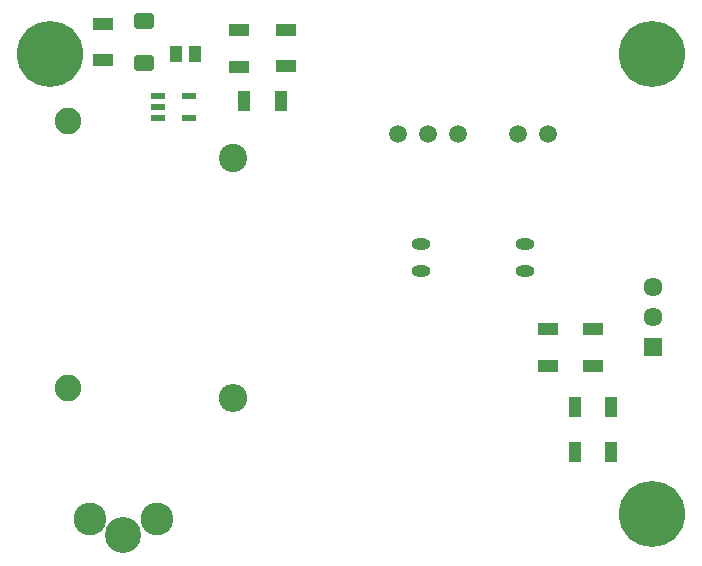
<source format=gbr>
%TF.GenerationSoftware,KiCad,Pcbnew,8.0.2*%
%TF.CreationDate,2024-09-03T17:11:23+02:00*%
%TF.ProjectId,TSAC_Voltage_Sensor,54534143-5f56-46f6-9c74-6167655f5365,rev?*%
%TF.SameCoordinates,Original*%
%TF.FileFunction,Soldermask,Top*%
%TF.FilePolarity,Negative*%
%FSLAX46Y46*%
G04 Gerber Fmt 4.6, Leading zero omitted, Abs format (unit mm)*
G04 Created by KiCad (PCBNEW 8.0.2) date 2024-09-03 17:11:23*
%MOMM*%
%LPD*%
G01*
G04 APERTURE LIST*
G04 Aperture macros list*
%AMRoundRect*
0 Rectangle with rounded corners*
0 $1 Rounding radius*
0 $2 $3 $4 $5 $6 $7 $8 $9 X,Y pos of 4 corners*
0 Add a 4 corners polygon primitive as box body*
4,1,4,$2,$3,$4,$5,$6,$7,$8,$9,$2,$3,0*
0 Add four circle primitives for the rounded corners*
1,1,$1+$1,$2,$3*
1,1,$1+$1,$4,$5*
1,1,$1+$1,$6,$7*
1,1,$1+$1,$8,$9*
0 Add four rect primitives between the rounded corners*
20,1,$1+$1,$2,$3,$4,$5,0*
20,1,$1+$1,$4,$5,$6,$7,0*
20,1,$1+$1,$6,$7,$8,$9,0*
20,1,$1+$1,$8,$9,$2,$3,0*%
G04 Aperture macros list end*
%ADD10RoundRect,0.250000X0.600000X-0.400000X0.600000X0.400000X-0.600000X0.400000X-0.600000X-0.400000X0*%
%ADD11R,1.800000X1.050000*%
%ADD12O,1.600000X0.950000*%
%ADD13C,5.600000*%
%ADD14R,1.150000X0.600000*%
%ADD15C,3.050000*%
%ADD16C,2.775000*%
%ADD17R,1.610000X1.610000*%
%ADD18C,1.610000*%
%ADD19R,1.050000X1.800000*%
%ADD20C,2.250000*%
%ADD21R,1.070000X1.470000*%
%ADD22C,2.400000*%
%ADD23O,2.400000X2.400000*%
%ADD24C,1.500000*%
G04 APERTURE END LIST*
D10*
%TO.C,Z1*%
X89000000Y-62250000D03*
X89000000Y-58750000D03*
%TD*%
D11*
%TO.C,R8*%
X127000000Y-87910000D03*
X127000000Y-84810000D03*
%TD*%
D12*
%TO.C,K1*%
X112440000Y-77597000D03*
X112440000Y-79883000D03*
X121240000Y-79883000D03*
X121240000Y-77597000D03*
%TD*%
D13*
%TO.C,*%
X132000000Y-61500000D03*
%TD*%
D14*
%TO.C,CP1*%
X90200000Y-65050000D03*
X90200000Y-66000000D03*
X90200000Y-66950000D03*
X92800000Y-66950000D03*
X92800000Y-65050000D03*
%TD*%
D11*
%TO.C,R7*%
X123190000Y-84810000D03*
X123190000Y-87910000D03*
%TD*%
D13*
%TO.C,*%
X132000000Y-100500000D03*
%TD*%
D15*
%TO.C,J2*%
X87212500Y-102200000D03*
D16*
X90062500Y-100860000D03*
X84362500Y-100860000D03*
%TD*%
D13*
%TO.C,*%
X81000000Y-61500000D03*
%TD*%
D17*
%TO.C,J1*%
X132080000Y-86360000D03*
D18*
X132080000Y-83820000D03*
X132080000Y-81280000D03*
%TD*%
D19*
%TO.C,R4*%
X125450000Y-91440000D03*
X128550000Y-91440000D03*
%TD*%
D11*
%TO.C,R5*%
X85500000Y-58950000D03*
X85500000Y-62050000D03*
%TD*%
D20*
%TO.C,F1*%
X82500000Y-89800000D03*
X82500000Y-67200000D03*
%TD*%
D11*
%TO.C,R3*%
X101000000Y-62550000D03*
X101000000Y-59450000D03*
%TD*%
D19*
%TO.C,R6*%
X100585212Y-65500000D03*
X97485212Y-65500000D03*
%TD*%
D21*
%TO.C,C1*%
X91680000Y-61500000D03*
X93320000Y-61500000D03*
%TD*%
D11*
%TO.C,R2*%
X97000000Y-62600000D03*
X97000000Y-59500000D03*
%TD*%
D19*
%TO.C,R9*%
X125450000Y-95250000D03*
X128550000Y-95250000D03*
%TD*%
D22*
%TO.C,R1*%
X96500000Y-70340000D03*
D23*
X96500000Y-90660000D03*
%TD*%
D24*
%TO.C,PS1*%
X123190000Y-68315000D03*
X120650000Y-68315000D03*
X115570000Y-68315000D03*
X113030000Y-68315000D03*
X110490000Y-68315000D03*
%TD*%
M02*

</source>
